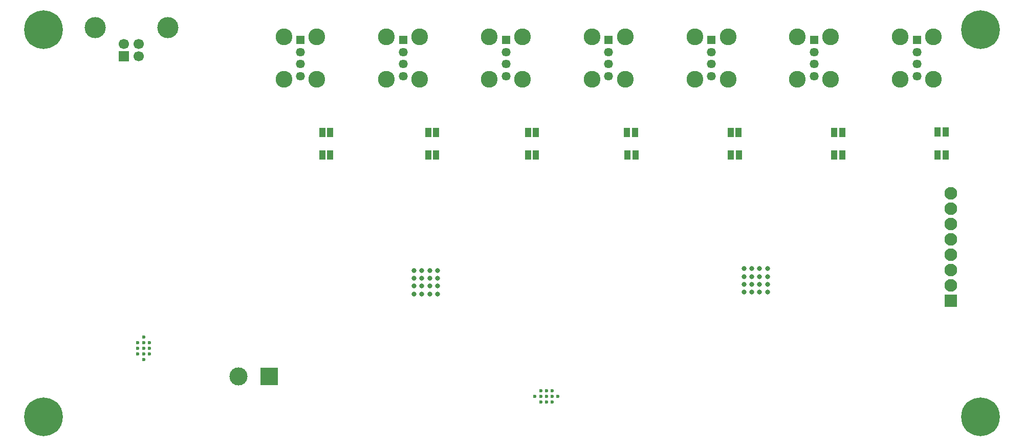
<source format=gbr>
%TF.GenerationSoftware,KiCad,Pcbnew,8.0.1*%
%TF.CreationDate,2025-12-10T21:43:10+01:00*%
%TF.ProjectId,USB2hub,55534232-6875-4622-9e6b-696361645f70,rev?*%
%TF.SameCoordinates,Original*%
%TF.FileFunction,Soldermask,Bot*%
%TF.FilePolarity,Negative*%
%FSLAX46Y46*%
G04 Gerber Fmt 4.6, Leading zero omitted, Abs format (unit mm)*
G04 Created by KiCad (PCBNEW 8.0.1) date 2025-12-10 21:43:10*
%MOMM*%
%LPD*%
G01*
G04 APERTURE LIST*
%ADD10R,1.458000X1.458000*%
%ADD11C,1.458000*%
%ADD12C,2.775000*%
%ADD13C,0.804000*%
%ADD14C,0.600000*%
%ADD15R,3.000000X3.000000*%
%ADD16C,3.000000*%
%ADD17C,3.600000*%
%ADD18C,6.400000*%
%ADD19R,2.100000X2.100000*%
%ADD20C,2.100000*%
%ADD21R,1.700000X1.700000*%
%ADD22C,1.700000*%
%ADD23C,3.500000*%
%ADD24R,1.000000X1.500000*%
G04 APERTURE END LIST*
D10*
%TO.C,J13*%
X132812500Y-29681250D03*
D11*
X132812500Y-31681250D03*
X132812500Y-33681250D03*
X132812500Y-35681250D03*
D12*
X130062500Y-29181250D03*
X130062500Y-36181250D03*
X135562500Y-29181250D03*
X135562500Y-36181250D03*
%TD*%
D13*
%TO.C,U10*%
X138200000Y-67550000D03*
X139500000Y-67550000D03*
X140800000Y-67550000D03*
X142100000Y-67550000D03*
X138200000Y-68850000D03*
X139500000Y-68850000D03*
X140800000Y-68850000D03*
X142100000Y-68850000D03*
X138200000Y-70150000D03*
X139500000Y-70150000D03*
X140800000Y-70150000D03*
X142100000Y-70150000D03*
X138200000Y-71450000D03*
X139500000Y-71450000D03*
X140800000Y-71450000D03*
X142100000Y-71450000D03*
%TD*%
D14*
%TO.C,U23*%
X104575000Y-89625000D03*
X105525000Y-89625000D03*
X106475000Y-89625000D03*
X103625000Y-88675000D03*
X104575000Y-88675000D03*
X105525000Y-88675000D03*
X106475000Y-88675000D03*
X107425000Y-88675000D03*
X104575000Y-87725000D03*
X105525000Y-87725000D03*
X106475000Y-87725000D03*
%TD*%
D15*
%TO.C,J7*%
X59640000Y-85400000D03*
D16*
X54560000Y-85400000D03*
%TD*%
D13*
%TO.C,U1*%
X83600000Y-67825000D03*
X84900000Y-67825000D03*
X86200000Y-67825000D03*
X87500000Y-67825000D03*
X83600000Y-69125000D03*
X84900000Y-69125000D03*
X86200000Y-69125000D03*
X87500000Y-69125000D03*
X83600000Y-70425000D03*
X84900000Y-70425000D03*
X86200000Y-70425000D03*
X87500000Y-70425000D03*
X83600000Y-71725000D03*
X84900000Y-71725000D03*
X86200000Y-71725000D03*
X87500000Y-71725000D03*
%TD*%
D10*
%TO.C,J10*%
X81812500Y-29681250D03*
D11*
X81812500Y-31681250D03*
X81812500Y-33681250D03*
X81812500Y-35681250D03*
D12*
X79062500Y-29181250D03*
X79062500Y-36181250D03*
X84562500Y-29181250D03*
X84562500Y-36181250D03*
%TD*%
D10*
%TO.C,J15*%
X166812500Y-29681250D03*
D11*
X166812500Y-31681250D03*
X166812500Y-33681250D03*
X166812500Y-35681250D03*
D12*
X164062500Y-29181250D03*
X164062500Y-36181250D03*
X169562500Y-29181250D03*
X169562500Y-36181250D03*
%TD*%
D17*
%TO.C,H3*%
X22350000Y-92100000D03*
D18*
X22350000Y-92100000D03*
%TD*%
D19*
%TO.C,J8*%
X172400000Y-72875000D03*
D20*
X172400000Y-70335000D03*
X172400000Y-67795000D03*
X172400000Y-65255000D03*
X172400000Y-62715000D03*
X172400000Y-60175000D03*
X172400000Y-57635000D03*
X172400000Y-55095000D03*
%TD*%
D10*
%TO.C,J12*%
X115812500Y-29681250D03*
D11*
X115812500Y-31681250D03*
X115812500Y-33681250D03*
X115812500Y-35681250D03*
D12*
X113062500Y-29181250D03*
X113062500Y-36181250D03*
X118562500Y-29181250D03*
X118562500Y-36181250D03*
%TD*%
D10*
%TO.C,J9*%
X64812500Y-29681250D03*
D11*
X64812500Y-31681250D03*
X64812500Y-33681250D03*
X64812500Y-35681250D03*
D12*
X62062500Y-29181250D03*
X62062500Y-36181250D03*
X67562500Y-29181250D03*
X67562500Y-36181250D03*
%TD*%
D14*
%TO.C,U22*%
X39825000Y-81675000D03*
X39825000Y-80725000D03*
X39825000Y-79775000D03*
X38875000Y-82625000D03*
X38875000Y-81675000D03*
X38875000Y-80725000D03*
X38875000Y-79775000D03*
X38875000Y-78825000D03*
X37925000Y-81675000D03*
X37925000Y-80725000D03*
X37925000Y-79775000D03*
%TD*%
D21*
%TO.C,J16*%
X35600000Y-32350000D03*
D22*
X38100000Y-32350000D03*
X38100000Y-30350000D03*
X35600000Y-30350000D03*
D23*
X30830000Y-27640000D03*
X42870000Y-27640000D03*
%TD*%
D10*
%TO.C,J11*%
X98812500Y-29681250D03*
D11*
X98812500Y-31681250D03*
X98812500Y-33681250D03*
X98812500Y-35681250D03*
D12*
X96062500Y-29181250D03*
X96062500Y-36181250D03*
X101562500Y-29181250D03*
X101562500Y-36181250D03*
%TD*%
D17*
%TO.C,H2*%
X177350000Y-28000000D03*
D18*
X177350000Y-28000000D03*
%TD*%
D17*
%TO.C,H1*%
X22350000Y-28000000D03*
D18*
X22350000Y-28000000D03*
%TD*%
D10*
%TO.C,J14*%
X149812500Y-29681250D03*
D11*
X149812500Y-31681250D03*
X149812500Y-33681250D03*
X149812500Y-35681250D03*
D12*
X147062500Y-29181250D03*
X147062500Y-36181250D03*
X152562500Y-29181250D03*
X152562500Y-36181250D03*
%TD*%
D17*
%TO.C,H4*%
X177350000Y-92100000D03*
D18*
X177350000Y-92100000D03*
%TD*%
D24*
%TO.C,R35*%
X103800000Y-45000000D03*
X102500000Y-45000000D03*
%TD*%
%TO.C,R34*%
X103750000Y-48700000D03*
X102450000Y-48700000D03*
%TD*%
%TO.C,R54*%
X69750000Y-48700000D03*
X68450000Y-48700000D03*
%TD*%
%TO.C,R36*%
X120250000Y-48700000D03*
X118950000Y-48700000D03*
%TD*%
%TO.C,R55*%
X154450000Y-48700000D03*
X153150000Y-48700000D03*
%TD*%
%TO.C,R28*%
X87250000Y-48725000D03*
X85950000Y-48725000D03*
%TD*%
%TO.C,R48*%
X120150000Y-45000000D03*
X118850000Y-45000000D03*
%TD*%
%TO.C,R50*%
X137350000Y-48700000D03*
X136050000Y-48700000D03*
%TD*%
%TO.C,R57*%
X171550000Y-48700000D03*
X170250000Y-48700000D03*
%TD*%
%TO.C,R29*%
X87250000Y-45000000D03*
X85950000Y-45000000D03*
%TD*%
%TO.C,R58*%
X171550000Y-44900000D03*
X170250000Y-44900000D03*
%TD*%
%TO.C,R56*%
X154450000Y-45000000D03*
X153150000Y-45000000D03*
%TD*%
%TO.C,R52*%
X137300000Y-45000000D03*
X136000000Y-45000000D03*
%TD*%
%TO.C,R27*%
X69750000Y-45000000D03*
X68450000Y-45000000D03*
%TD*%
M02*

</source>
